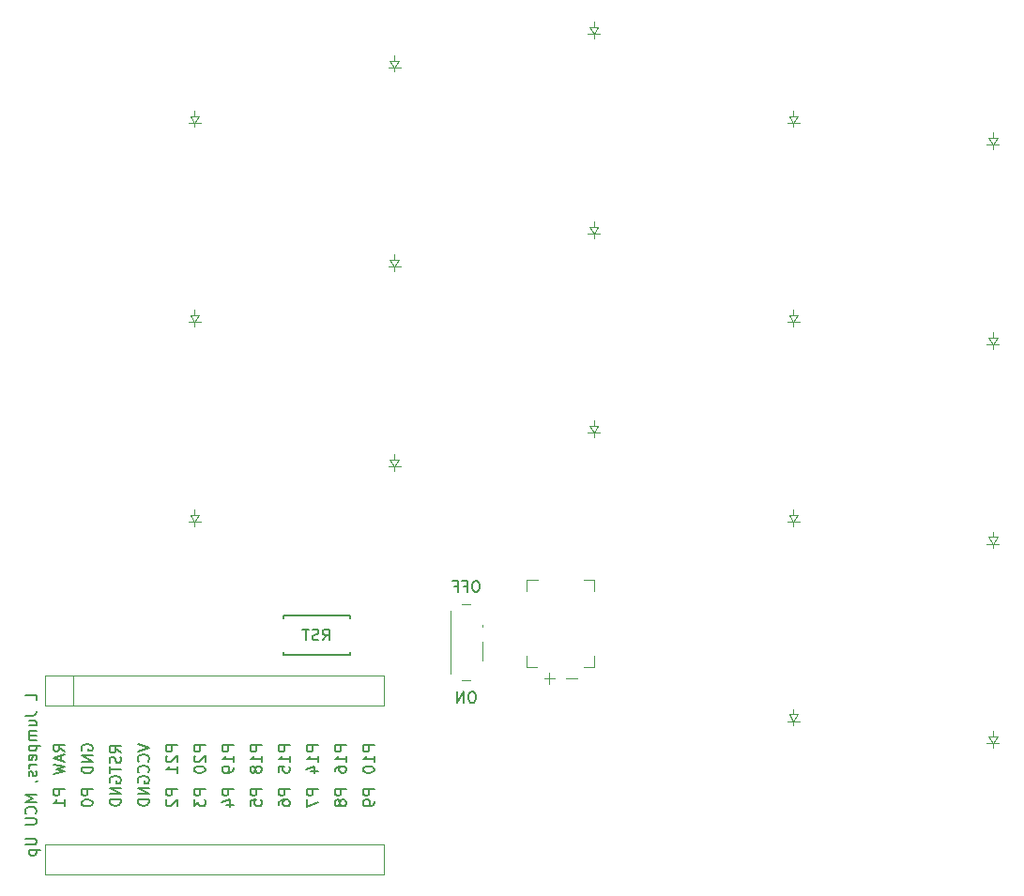
<source format=gbr>
%TF.GenerationSoftware,KiCad,Pcbnew,8.0.4*%
%TF.CreationDate,2024-08-16T17:58:34+08:00*%
%TF.ProjectId,board,626f6172-642e-46b6-9963-61645f706362,v1.0.0*%
%TF.SameCoordinates,Original*%
%TF.FileFunction,Legend,Bot*%
%TF.FilePolarity,Positive*%
%FSLAX46Y46*%
G04 Gerber Fmt 4.6, Leading zero omitted, Abs format (unit mm)*
G04 Created by KiCad (PCBNEW 8.0.4) date 2024-08-16 17:58:34*
%MOMM*%
%LPD*%
G01*
G04 APERTURE LIST*
%ADD10C,0.150000*%
%ADD11C,0.120000*%
%ADD12C,0.100000*%
G04 APERTURE END LIST*
D10*
X207119047Y-169454819D02*
X206928571Y-169454819D01*
X206928571Y-169454819D02*
X206833333Y-169502438D01*
X206833333Y-169502438D02*
X206738095Y-169597676D01*
X206738095Y-169597676D02*
X206690476Y-169788152D01*
X206690476Y-169788152D02*
X206690476Y-170121485D01*
X206690476Y-170121485D02*
X206738095Y-170311961D01*
X206738095Y-170311961D02*
X206833333Y-170407200D01*
X206833333Y-170407200D02*
X206928571Y-170454819D01*
X206928571Y-170454819D02*
X207119047Y-170454819D01*
X207119047Y-170454819D02*
X207214285Y-170407200D01*
X207214285Y-170407200D02*
X207309523Y-170311961D01*
X207309523Y-170311961D02*
X207357142Y-170121485D01*
X207357142Y-170121485D02*
X207357142Y-169788152D01*
X207357142Y-169788152D02*
X207309523Y-169597676D01*
X207309523Y-169597676D02*
X207214285Y-169502438D01*
X207214285Y-169502438D02*
X207119047Y-169454819D01*
X206261904Y-170454819D02*
X206261904Y-169454819D01*
X206261904Y-169454819D02*
X205690476Y-170454819D01*
X205690476Y-170454819D02*
X205690476Y-169454819D01*
X207452380Y-159454819D02*
X207261904Y-159454819D01*
X207261904Y-159454819D02*
X207166666Y-159502438D01*
X207166666Y-159502438D02*
X207071428Y-159597676D01*
X207071428Y-159597676D02*
X207023809Y-159788152D01*
X207023809Y-159788152D02*
X207023809Y-160121485D01*
X207023809Y-160121485D02*
X207071428Y-160311961D01*
X207071428Y-160311961D02*
X207166666Y-160407200D01*
X207166666Y-160407200D02*
X207261904Y-160454819D01*
X207261904Y-160454819D02*
X207452380Y-160454819D01*
X207452380Y-160454819D02*
X207547618Y-160407200D01*
X207547618Y-160407200D02*
X207642856Y-160311961D01*
X207642856Y-160311961D02*
X207690475Y-160121485D01*
X207690475Y-160121485D02*
X207690475Y-159788152D01*
X207690475Y-159788152D02*
X207642856Y-159597676D01*
X207642856Y-159597676D02*
X207547618Y-159502438D01*
X207547618Y-159502438D02*
X207452380Y-159454819D01*
X206261904Y-159931009D02*
X206595237Y-159931009D01*
X206595237Y-160454819D02*
X206595237Y-159454819D01*
X206595237Y-159454819D02*
X206119047Y-159454819D01*
X205404761Y-159931009D02*
X205738094Y-159931009D01*
X205738094Y-160454819D02*
X205738094Y-159454819D01*
X205738094Y-159454819D02*
X205261904Y-159454819D01*
X193547619Y-164804819D02*
X193880952Y-164328628D01*
X194119047Y-164804819D02*
X194119047Y-163804819D01*
X194119047Y-163804819D02*
X193738095Y-163804819D01*
X193738095Y-163804819D02*
X193642857Y-163852438D01*
X193642857Y-163852438D02*
X193595238Y-163900057D01*
X193595238Y-163900057D02*
X193547619Y-163995295D01*
X193547619Y-163995295D02*
X193547619Y-164138152D01*
X193547619Y-164138152D02*
X193595238Y-164233390D01*
X193595238Y-164233390D02*
X193642857Y-164281009D01*
X193642857Y-164281009D02*
X193738095Y-164328628D01*
X193738095Y-164328628D02*
X194119047Y-164328628D01*
X193166666Y-164757200D02*
X193023809Y-164804819D01*
X193023809Y-164804819D02*
X192785714Y-164804819D01*
X192785714Y-164804819D02*
X192690476Y-164757200D01*
X192690476Y-164757200D02*
X192642857Y-164709580D01*
X192642857Y-164709580D02*
X192595238Y-164614342D01*
X192595238Y-164614342D02*
X192595238Y-164519104D01*
X192595238Y-164519104D02*
X192642857Y-164423866D01*
X192642857Y-164423866D02*
X192690476Y-164376247D01*
X192690476Y-164376247D02*
X192785714Y-164328628D01*
X192785714Y-164328628D02*
X192976190Y-164281009D01*
X192976190Y-164281009D02*
X193071428Y-164233390D01*
X193071428Y-164233390D02*
X193119047Y-164185771D01*
X193119047Y-164185771D02*
X193166666Y-164090533D01*
X193166666Y-164090533D02*
X193166666Y-163995295D01*
X193166666Y-163995295D02*
X193119047Y-163900057D01*
X193119047Y-163900057D02*
X193071428Y-163852438D01*
X193071428Y-163852438D02*
X192976190Y-163804819D01*
X192976190Y-163804819D02*
X192738095Y-163804819D01*
X192738095Y-163804819D02*
X192595238Y-163852438D01*
X192309523Y-163804819D02*
X191738095Y-163804819D01*
X192023809Y-164804819D02*
X192023809Y-163804819D01*
X180414819Y-174285714D02*
X179414819Y-174285714D01*
X179414819Y-174285714D02*
X179414819Y-174666666D01*
X179414819Y-174666666D02*
X179462438Y-174761904D01*
X179462438Y-174761904D02*
X179510057Y-174809523D01*
X179510057Y-174809523D02*
X179605295Y-174857142D01*
X179605295Y-174857142D02*
X179748152Y-174857142D01*
X179748152Y-174857142D02*
X179843390Y-174809523D01*
X179843390Y-174809523D02*
X179891009Y-174761904D01*
X179891009Y-174761904D02*
X179938628Y-174666666D01*
X179938628Y-174666666D02*
X179938628Y-174285714D01*
X179510057Y-175238095D02*
X179462438Y-175285714D01*
X179462438Y-175285714D02*
X179414819Y-175380952D01*
X179414819Y-175380952D02*
X179414819Y-175619047D01*
X179414819Y-175619047D02*
X179462438Y-175714285D01*
X179462438Y-175714285D02*
X179510057Y-175761904D01*
X179510057Y-175761904D02*
X179605295Y-175809523D01*
X179605295Y-175809523D02*
X179700533Y-175809523D01*
X179700533Y-175809523D02*
X179843390Y-175761904D01*
X179843390Y-175761904D02*
X180414819Y-175190476D01*
X180414819Y-175190476D02*
X180414819Y-175809523D01*
X180414819Y-176761904D02*
X180414819Y-176190476D01*
X180414819Y-176476190D02*
X179414819Y-176476190D01*
X179414819Y-176476190D02*
X179557676Y-176380952D01*
X179557676Y-176380952D02*
X179652914Y-176285714D01*
X179652914Y-176285714D02*
X179700533Y-176190476D01*
X185494819Y-174285714D02*
X184494819Y-174285714D01*
X184494819Y-174285714D02*
X184494819Y-174666666D01*
X184494819Y-174666666D02*
X184542438Y-174761904D01*
X184542438Y-174761904D02*
X184590057Y-174809523D01*
X184590057Y-174809523D02*
X184685295Y-174857142D01*
X184685295Y-174857142D02*
X184828152Y-174857142D01*
X184828152Y-174857142D02*
X184923390Y-174809523D01*
X184923390Y-174809523D02*
X184971009Y-174761904D01*
X184971009Y-174761904D02*
X185018628Y-174666666D01*
X185018628Y-174666666D02*
X185018628Y-174285714D01*
X185494819Y-175809523D02*
X185494819Y-175238095D01*
X185494819Y-175523809D02*
X184494819Y-175523809D01*
X184494819Y-175523809D02*
X184637676Y-175428571D01*
X184637676Y-175428571D02*
X184732914Y-175333333D01*
X184732914Y-175333333D02*
X184780533Y-175238095D01*
X185494819Y-176285714D02*
X185494819Y-176476190D01*
X185494819Y-176476190D02*
X185447200Y-176571428D01*
X185447200Y-176571428D02*
X185399580Y-176619047D01*
X185399580Y-176619047D02*
X185256723Y-176714285D01*
X185256723Y-176714285D02*
X185066247Y-176761904D01*
X185066247Y-176761904D02*
X184685295Y-176761904D01*
X184685295Y-176761904D02*
X184590057Y-176714285D01*
X184590057Y-176714285D02*
X184542438Y-176666666D01*
X184542438Y-176666666D02*
X184494819Y-176571428D01*
X184494819Y-176571428D02*
X184494819Y-176380952D01*
X184494819Y-176380952D02*
X184542438Y-176285714D01*
X184542438Y-176285714D02*
X184590057Y-176238095D01*
X184590057Y-176238095D02*
X184685295Y-176190476D01*
X184685295Y-176190476D02*
X184923390Y-176190476D01*
X184923390Y-176190476D02*
X185018628Y-176238095D01*
X185018628Y-176238095D02*
X185066247Y-176285714D01*
X185066247Y-176285714D02*
X185113866Y-176380952D01*
X185113866Y-176380952D02*
X185113866Y-176571428D01*
X185113866Y-176571428D02*
X185066247Y-176666666D01*
X185066247Y-176666666D02*
X185018628Y-176714285D01*
X185018628Y-176714285D02*
X184923390Y-176761904D01*
X195654819Y-178251905D02*
X194654819Y-178251905D01*
X194654819Y-178251905D02*
X194654819Y-178632857D01*
X194654819Y-178632857D02*
X194702438Y-178728095D01*
X194702438Y-178728095D02*
X194750057Y-178775714D01*
X194750057Y-178775714D02*
X194845295Y-178823333D01*
X194845295Y-178823333D02*
X194988152Y-178823333D01*
X194988152Y-178823333D02*
X195083390Y-178775714D01*
X195083390Y-178775714D02*
X195131009Y-178728095D01*
X195131009Y-178728095D02*
X195178628Y-178632857D01*
X195178628Y-178632857D02*
X195178628Y-178251905D01*
X195083390Y-179394762D02*
X195035771Y-179299524D01*
X195035771Y-179299524D02*
X194988152Y-179251905D01*
X194988152Y-179251905D02*
X194892914Y-179204286D01*
X194892914Y-179204286D02*
X194845295Y-179204286D01*
X194845295Y-179204286D02*
X194750057Y-179251905D01*
X194750057Y-179251905D02*
X194702438Y-179299524D01*
X194702438Y-179299524D02*
X194654819Y-179394762D01*
X194654819Y-179394762D02*
X194654819Y-179585238D01*
X194654819Y-179585238D02*
X194702438Y-179680476D01*
X194702438Y-179680476D02*
X194750057Y-179728095D01*
X194750057Y-179728095D02*
X194845295Y-179775714D01*
X194845295Y-179775714D02*
X194892914Y-179775714D01*
X194892914Y-179775714D02*
X194988152Y-179728095D01*
X194988152Y-179728095D02*
X195035771Y-179680476D01*
X195035771Y-179680476D02*
X195083390Y-179585238D01*
X195083390Y-179585238D02*
X195083390Y-179394762D01*
X195083390Y-179394762D02*
X195131009Y-179299524D01*
X195131009Y-179299524D02*
X195178628Y-179251905D01*
X195178628Y-179251905D02*
X195273866Y-179204286D01*
X195273866Y-179204286D02*
X195464342Y-179204286D01*
X195464342Y-179204286D02*
X195559580Y-179251905D01*
X195559580Y-179251905D02*
X195607200Y-179299524D01*
X195607200Y-179299524D02*
X195654819Y-179394762D01*
X195654819Y-179394762D02*
X195654819Y-179585238D01*
X195654819Y-179585238D02*
X195607200Y-179680476D01*
X195607200Y-179680476D02*
X195559580Y-179728095D01*
X195559580Y-179728095D02*
X195464342Y-179775714D01*
X195464342Y-179775714D02*
X195273866Y-179775714D01*
X195273866Y-179775714D02*
X195178628Y-179728095D01*
X195178628Y-179728095D02*
X195131009Y-179680476D01*
X195131009Y-179680476D02*
X195083390Y-179585238D01*
X182954819Y-178251905D02*
X181954819Y-178251905D01*
X181954819Y-178251905D02*
X181954819Y-178632857D01*
X181954819Y-178632857D02*
X182002438Y-178728095D01*
X182002438Y-178728095D02*
X182050057Y-178775714D01*
X182050057Y-178775714D02*
X182145295Y-178823333D01*
X182145295Y-178823333D02*
X182288152Y-178823333D01*
X182288152Y-178823333D02*
X182383390Y-178775714D01*
X182383390Y-178775714D02*
X182431009Y-178728095D01*
X182431009Y-178728095D02*
X182478628Y-178632857D01*
X182478628Y-178632857D02*
X182478628Y-178251905D01*
X181954819Y-179156667D02*
X181954819Y-179775714D01*
X181954819Y-179775714D02*
X182335771Y-179442381D01*
X182335771Y-179442381D02*
X182335771Y-179585238D01*
X182335771Y-179585238D02*
X182383390Y-179680476D01*
X182383390Y-179680476D02*
X182431009Y-179728095D01*
X182431009Y-179728095D02*
X182526247Y-179775714D01*
X182526247Y-179775714D02*
X182764342Y-179775714D01*
X182764342Y-179775714D02*
X182859580Y-179728095D01*
X182859580Y-179728095D02*
X182907200Y-179680476D01*
X182907200Y-179680476D02*
X182954819Y-179585238D01*
X182954819Y-179585238D02*
X182954819Y-179299524D01*
X182954819Y-179299524D02*
X182907200Y-179204286D01*
X182907200Y-179204286D02*
X182859580Y-179156667D01*
X188034819Y-174285714D02*
X187034819Y-174285714D01*
X187034819Y-174285714D02*
X187034819Y-174666666D01*
X187034819Y-174666666D02*
X187082438Y-174761904D01*
X187082438Y-174761904D02*
X187130057Y-174809523D01*
X187130057Y-174809523D02*
X187225295Y-174857142D01*
X187225295Y-174857142D02*
X187368152Y-174857142D01*
X187368152Y-174857142D02*
X187463390Y-174809523D01*
X187463390Y-174809523D02*
X187511009Y-174761904D01*
X187511009Y-174761904D02*
X187558628Y-174666666D01*
X187558628Y-174666666D02*
X187558628Y-174285714D01*
X188034819Y-175809523D02*
X188034819Y-175238095D01*
X188034819Y-175523809D02*
X187034819Y-175523809D01*
X187034819Y-175523809D02*
X187177676Y-175428571D01*
X187177676Y-175428571D02*
X187272914Y-175333333D01*
X187272914Y-175333333D02*
X187320533Y-175238095D01*
X187463390Y-176380952D02*
X187415771Y-176285714D01*
X187415771Y-176285714D02*
X187368152Y-176238095D01*
X187368152Y-176238095D02*
X187272914Y-176190476D01*
X187272914Y-176190476D02*
X187225295Y-176190476D01*
X187225295Y-176190476D02*
X187130057Y-176238095D01*
X187130057Y-176238095D02*
X187082438Y-176285714D01*
X187082438Y-176285714D02*
X187034819Y-176380952D01*
X187034819Y-176380952D02*
X187034819Y-176571428D01*
X187034819Y-176571428D02*
X187082438Y-176666666D01*
X187082438Y-176666666D02*
X187130057Y-176714285D01*
X187130057Y-176714285D02*
X187225295Y-176761904D01*
X187225295Y-176761904D02*
X187272914Y-176761904D01*
X187272914Y-176761904D02*
X187368152Y-176714285D01*
X187368152Y-176714285D02*
X187415771Y-176666666D01*
X187415771Y-176666666D02*
X187463390Y-176571428D01*
X187463390Y-176571428D02*
X187463390Y-176380952D01*
X187463390Y-176380952D02*
X187511009Y-176285714D01*
X187511009Y-176285714D02*
X187558628Y-176238095D01*
X187558628Y-176238095D02*
X187653866Y-176190476D01*
X187653866Y-176190476D02*
X187844342Y-176190476D01*
X187844342Y-176190476D02*
X187939580Y-176238095D01*
X187939580Y-176238095D02*
X187987200Y-176285714D01*
X187987200Y-176285714D02*
X188034819Y-176380952D01*
X188034819Y-176380952D02*
X188034819Y-176571428D01*
X188034819Y-176571428D02*
X187987200Y-176666666D01*
X187987200Y-176666666D02*
X187939580Y-176714285D01*
X187939580Y-176714285D02*
X187844342Y-176761904D01*
X187844342Y-176761904D02*
X187653866Y-176761904D01*
X187653866Y-176761904D02*
X187558628Y-176714285D01*
X187558628Y-176714285D02*
X187511009Y-176666666D01*
X187511009Y-176666666D02*
X187463390Y-176571428D01*
X195654819Y-174285714D02*
X194654819Y-174285714D01*
X194654819Y-174285714D02*
X194654819Y-174666666D01*
X194654819Y-174666666D02*
X194702438Y-174761904D01*
X194702438Y-174761904D02*
X194750057Y-174809523D01*
X194750057Y-174809523D02*
X194845295Y-174857142D01*
X194845295Y-174857142D02*
X194988152Y-174857142D01*
X194988152Y-174857142D02*
X195083390Y-174809523D01*
X195083390Y-174809523D02*
X195131009Y-174761904D01*
X195131009Y-174761904D02*
X195178628Y-174666666D01*
X195178628Y-174666666D02*
X195178628Y-174285714D01*
X195654819Y-175809523D02*
X195654819Y-175238095D01*
X195654819Y-175523809D02*
X194654819Y-175523809D01*
X194654819Y-175523809D02*
X194797676Y-175428571D01*
X194797676Y-175428571D02*
X194892914Y-175333333D01*
X194892914Y-175333333D02*
X194940533Y-175238095D01*
X194654819Y-176666666D02*
X194654819Y-176476190D01*
X194654819Y-176476190D02*
X194702438Y-176380952D01*
X194702438Y-176380952D02*
X194750057Y-176333333D01*
X194750057Y-176333333D02*
X194892914Y-176238095D01*
X194892914Y-176238095D02*
X195083390Y-176190476D01*
X195083390Y-176190476D02*
X195464342Y-176190476D01*
X195464342Y-176190476D02*
X195559580Y-176238095D01*
X195559580Y-176238095D02*
X195607200Y-176285714D01*
X195607200Y-176285714D02*
X195654819Y-176380952D01*
X195654819Y-176380952D02*
X195654819Y-176571428D01*
X195654819Y-176571428D02*
X195607200Y-176666666D01*
X195607200Y-176666666D02*
X195559580Y-176714285D01*
X195559580Y-176714285D02*
X195464342Y-176761904D01*
X195464342Y-176761904D02*
X195226247Y-176761904D01*
X195226247Y-176761904D02*
X195131009Y-176714285D01*
X195131009Y-176714285D02*
X195083390Y-176666666D01*
X195083390Y-176666666D02*
X195035771Y-176571428D01*
X195035771Y-176571428D02*
X195035771Y-176380952D01*
X195035771Y-176380952D02*
X195083390Y-176285714D01*
X195083390Y-176285714D02*
X195131009Y-176238095D01*
X195131009Y-176238095D02*
X195226247Y-176190476D01*
X180414819Y-178251905D02*
X179414819Y-178251905D01*
X179414819Y-178251905D02*
X179414819Y-178632857D01*
X179414819Y-178632857D02*
X179462438Y-178728095D01*
X179462438Y-178728095D02*
X179510057Y-178775714D01*
X179510057Y-178775714D02*
X179605295Y-178823333D01*
X179605295Y-178823333D02*
X179748152Y-178823333D01*
X179748152Y-178823333D02*
X179843390Y-178775714D01*
X179843390Y-178775714D02*
X179891009Y-178728095D01*
X179891009Y-178728095D02*
X179938628Y-178632857D01*
X179938628Y-178632857D02*
X179938628Y-178251905D01*
X179510057Y-179204286D02*
X179462438Y-179251905D01*
X179462438Y-179251905D02*
X179414819Y-179347143D01*
X179414819Y-179347143D02*
X179414819Y-179585238D01*
X179414819Y-179585238D02*
X179462438Y-179680476D01*
X179462438Y-179680476D02*
X179510057Y-179728095D01*
X179510057Y-179728095D02*
X179605295Y-179775714D01*
X179605295Y-179775714D02*
X179700533Y-179775714D01*
X179700533Y-179775714D02*
X179843390Y-179728095D01*
X179843390Y-179728095D02*
X180414819Y-179156667D01*
X180414819Y-179156667D02*
X180414819Y-179775714D01*
X172794819Y-178251905D02*
X171794819Y-178251905D01*
X171794819Y-178251905D02*
X171794819Y-178632857D01*
X171794819Y-178632857D02*
X171842438Y-178728095D01*
X171842438Y-178728095D02*
X171890057Y-178775714D01*
X171890057Y-178775714D02*
X171985295Y-178823333D01*
X171985295Y-178823333D02*
X172128152Y-178823333D01*
X172128152Y-178823333D02*
X172223390Y-178775714D01*
X172223390Y-178775714D02*
X172271009Y-178728095D01*
X172271009Y-178728095D02*
X172318628Y-178632857D01*
X172318628Y-178632857D02*
X172318628Y-178251905D01*
X171794819Y-179442381D02*
X171794819Y-179537619D01*
X171794819Y-179537619D02*
X171842438Y-179632857D01*
X171842438Y-179632857D02*
X171890057Y-179680476D01*
X171890057Y-179680476D02*
X171985295Y-179728095D01*
X171985295Y-179728095D02*
X172175771Y-179775714D01*
X172175771Y-179775714D02*
X172413866Y-179775714D01*
X172413866Y-179775714D02*
X172604342Y-179728095D01*
X172604342Y-179728095D02*
X172699580Y-179680476D01*
X172699580Y-179680476D02*
X172747200Y-179632857D01*
X172747200Y-179632857D02*
X172794819Y-179537619D01*
X172794819Y-179537619D02*
X172794819Y-179442381D01*
X172794819Y-179442381D02*
X172747200Y-179347143D01*
X172747200Y-179347143D02*
X172699580Y-179299524D01*
X172699580Y-179299524D02*
X172604342Y-179251905D01*
X172604342Y-179251905D02*
X172413866Y-179204286D01*
X172413866Y-179204286D02*
X172175771Y-179204286D01*
X172175771Y-179204286D02*
X171985295Y-179251905D01*
X171985295Y-179251905D02*
X171890057Y-179299524D01*
X171890057Y-179299524D02*
X171842438Y-179347143D01*
X171842438Y-179347143D02*
X171794819Y-179442381D01*
X198194819Y-178251905D02*
X197194819Y-178251905D01*
X197194819Y-178251905D02*
X197194819Y-178632857D01*
X197194819Y-178632857D02*
X197242438Y-178728095D01*
X197242438Y-178728095D02*
X197290057Y-178775714D01*
X197290057Y-178775714D02*
X197385295Y-178823333D01*
X197385295Y-178823333D02*
X197528152Y-178823333D01*
X197528152Y-178823333D02*
X197623390Y-178775714D01*
X197623390Y-178775714D02*
X197671009Y-178728095D01*
X197671009Y-178728095D02*
X197718628Y-178632857D01*
X197718628Y-178632857D02*
X197718628Y-178251905D01*
X198194819Y-179299524D02*
X198194819Y-179490000D01*
X198194819Y-179490000D02*
X198147200Y-179585238D01*
X198147200Y-179585238D02*
X198099580Y-179632857D01*
X198099580Y-179632857D02*
X197956723Y-179728095D01*
X197956723Y-179728095D02*
X197766247Y-179775714D01*
X197766247Y-179775714D02*
X197385295Y-179775714D01*
X197385295Y-179775714D02*
X197290057Y-179728095D01*
X197290057Y-179728095D02*
X197242438Y-179680476D01*
X197242438Y-179680476D02*
X197194819Y-179585238D01*
X197194819Y-179585238D02*
X197194819Y-179394762D01*
X197194819Y-179394762D02*
X197242438Y-179299524D01*
X197242438Y-179299524D02*
X197290057Y-179251905D01*
X197290057Y-179251905D02*
X197385295Y-179204286D01*
X197385295Y-179204286D02*
X197623390Y-179204286D01*
X197623390Y-179204286D02*
X197718628Y-179251905D01*
X197718628Y-179251905D02*
X197766247Y-179299524D01*
X197766247Y-179299524D02*
X197813866Y-179394762D01*
X197813866Y-179394762D02*
X197813866Y-179585238D01*
X197813866Y-179585238D02*
X197766247Y-179680476D01*
X197766247Y-179680476D02*
X197718628Y-179728095D01*
X197718628Y-179728095D02*
X197623390Y-179775714D01*
X167709819Y-170211904D02*
X167709819Y-169735714D01*
X167709819Y-169735714D02*
X166709819Y-169735714D01*
X166709819Y-171592857D02*
X167424104Y-171592857D01*
X167424104Y-171592857D02*
X167566961Y-171545238D01*
X167566961Y-171545238D02*
X167662200Y-171450000D01*
X167662200Y-171450000D02*
X167709819Y-171307143D01*
X167709819Y-171307143D02*
X167709819Y-171211905D01*
X167043152Y-172497619D02*
X167709819Y-172497619D01*
X167043152Y-172069048D02*
X167566961Y-172069048D01*
X167566961Y-172069048D02*
X167662200Y-172116667D01*
X167662200Y-172116667D02*
X167709819Y-172211905D01*
X167709819Y-172211905D02*
X167709819Y-172354762D01*
X167709819Y-172354762D02*
X167662200Y-172450000D01*
X167662200Y-172450000D02*
X167614580Y-172497619D01*
X167709819Y-172973810D02*
X167043152Y-172973810D01*
X167138390Y-172973810D02*
X167090771Y-173021429D01*
X167090771Y-173021429D02*
X167043152Y-173116667D01*
X167043152Y-173116667D02*
X167043152Y-173259524D01*
X167043152Y-173259524D02*
X167090771Y-173354762D01*
X167090771Y-173354762D02*
X167186009Y-173402381D01*
X167186009Y-173402381D02*
X167709819Y-173402381D01*
X167186009Y-173402381D02*
X167090771Y-173450000D01*
X167090771Y-173450000D02*
X167043152Y-173545238D01*
X167043152Y-173545238D02*
X167043152Y-173688095D01*
X167043152Y-173688095D02*
X167090771Y-173783334D01*
X167090771Y-173783334D02*
X167186009Y-173830953D01*
X167186009Y-173830953D02*
X167709819Y-173830953D01*
X167043152Y-174307143D02*
X168043152Y-174307143D01*
X167090771Y-174307143D02*
X167043152Y-174402381D01*
X167043152Y-174402381D02*
X167043152Y-174592857D01*
X167043152Y-174592857D02*
X167090771Y-174688095D01*
X167090771Y-174688095D02*
X167138390Y-174735714D01*
X167138390Y-174735714D02*
X167233628Y-174783333D01*
X167233628Y-174783333D02*
X167519342Y-174783333D01*
X167519342Y-174783333D02*
X167614580Y-174735714D01*
X167614580Y-174735714D02*
X167662200Y-174688095D01*
X167662200Y-174688095D02*
X167709819Y-174592857D01*
X167709819Y-174592857D02*
X167709819Y-174402381D01*
X167709819Y-174402381D02*
X167662200Y-174307143D01*
X167662200Y-175592857D02*
X167709819Y-175497619D01*
X167709819Y-175497619D02*
X167709819Y-175307143D01*
X167709819Y-175307143D02*
X167662200Y-175211905D01*
X167662200Y-175211905D02*
X167566961Y-175164286D01*
X167566961Y-175164286D02*
X167186009Y-175164286D01*
X167186009Y-175164286D02*
X167090771Y-175211905D01*
X167090771Y-175211905D02*
X167043152Y-175307143D01*
X167043152Y-175307143D02*
X167043152Y-175497619D01*
X167043152Y-175497619D02*
X167090771Y-175592857D01*
X167090771Y-175592857D02*
X167186009Y-175640476D01*
X167186009Y-175640476D02*
X167281247Y-175640476D01*
X167281247Y-175640476D02*
X167376485Y-175164286D01*
X167709819Y-176069048D02*
X167043152Y-176069048D01*
X167233628Y-176069048D02*
X167138390Y-176116667D01*
X167138390Y-176116667D02*
X167090771Y-176164286D01*
X167090771Y-176164286D02*
X167043152Y-176259524D01*
X167043152Y-176259524D02*
X167043152Y-176354762D01*
X167662200Y-176640477D02*
X167709819Y-176735715D01*
X167709819Y-176735715D02*
X167709819Y-176926191D01*
X167709819Y-176926191D02*
X167662200Y-177021429D01*
X167662200Y-177021429D02*
X167566961Y-177069048D01*
X167566961Y-177069048D02*
X167519342Y-177069048D01*
X167519342Y-177069048D02*
X167424104Y-177021429D01*
X167424104Y-177021429D02*
X167376485Y-176926191D01*
X167376485Y-176926191D02*
X167376485Y-176783334D01*
X167376485Y-176783334D02*
X167328866Y-176688096D01*
X167328866Y-176688096D02*
X167233628Y-176640477D01*
X167233628Y-176640477D02*
X167186009Y-176640477D01*
X167186009Y-176640477D02*
X167090771Y-176688096D01*
X167090771Y-176688096D02*
X167043152Y-176783334D01*
X167043152Y-176783334D02*
X167043152Y-176926191D01*
X167043152Y-176926191D02*
X167090771Y-177021429D01*
X167662200Y-177545239D02*
X167709819Y-177545239D01*
X167709819Y-177545239D02*
X167805057Y-177497620D01*
X167805057Y-177497620D02*
X167852676Y-177450001D01*
X167709819Y-178735715D02*
X166709819Y-178735715D01*
X166709819Y-178735715D02*
X167424104Y-179069048D01*
X167424104Y-179069048D02*
X166709819Y-179402381D01*
X166709819Y-179402381D02*
X167709819Y-179402381D01*
X167614580Y-180450000D02*
X167662200Y-180402381D01*
X167662200Y-180402381D02*
X167709819Y-180259524D01*
X167709819Y-180259524D02*
X167709819Y-180164286D01*
X167709819Y-180164286D02*
X167662200Y-180021429D01*
X167662200Y-180021429D02*
X167566961Y-179926191D01*
X167566961Y-179926191D02*
X167471723Y-179878572D01*
X167471723Y-179878572D02*
X167281247Y-179830953D01*
X167281247Y-179830953D02*
X167138390Y-179830953D01*
X167138390Y-179830953D02*
X166947914Y-179878572D01*
X166947914Y-179878572D02*
X166852676Y-179926191D01*
X166852676Y-179926191D02*
X166757438Y-180021429D01*
X166757438Y-180021429D02*
X166709819Y-180164286D01*
X166709819Y-180164286D02*
X166709819Y-180259524D01*
X166709819Y-180259524D02*
X166757438Y-180402381D01*
X166757438Y-180402381D02*
X166805057Y-180450000D01*
X166709819Y-180878572D02*
X167519342Y-180878572D01*
X167519342Y-180878572D02*
X167614580Y-180926191D01*
X167614580Y-180926191D02*
X167662200Y-180973810D01*
X167662200Y-180973810D02*
X167709819Y-181069048D01*
X167709819Y-181069048D02*
X167709819Y-181259524D01*
X167709819Y-181259524D02*
X167662200Y-181354762D01*
X167662200Y-181354762D02*
X167614580Y-181402381D01*
X167614580Y-181402381D02*
X167519342Y-181450000D01*
X167519342Y-181450000D02*
X166709819Y-181450000D01*
X166709819Y-182688096D02*
X167519342Y-182688096D01*
X167519342Y-182688096D02*
X167614580Y-182735715D01*
X167614580Y-182735715D02*
X167662200Y-182783334D01*
X167662200Y-182783334D02*
X167709819Y-182878572D01*
X167709819Y-182878572D02*
X167709819Y-183069048D01*
X167709819Y-183069048D02*
X167662200Y-183164286D01*
X167662200Y-183164286D02*
X167614580Y-183211905D01*
X167614580Y-183211905D02*
X167519342Y-183259524D01*
X167519342Y-183259524D02*
X166709819Y-183259524D01*
X167043152Y-183735715D02*
X168043152Y-183735715D01*
X167090771Y-183735715D02*
X167043152Y-183830953D01*
X167043152Y-183830953D02*
X167043152Y-184021429D01*
X167043152Y-184021429D02*
X167090771Y-184116667D01*
X167090771Y-184116667D02*
X167138390Y-184164286D01*
X167138390Y-184164286D02*
X167233628Y-184211905D01*
X167233628Y-184211905D02*
X167519342Y-184211905D01*
X167519342Y-184211905D02*
X167614580Y-184164286D01*
X167614580Y-184164286D02*
X167662200Y-184116667D01*
X167662200Y-184116667D02*
X167709819Y-184021429D01*
X167709819Y-184021429D02*
X167709819Y-183830953D01*
X167709819Y-183830953D02*
X167662200Y-183735715D01*
X174382438Y-177638095D02*
X174334819Y-177542857D01*
X174334819Y-177542857D02*
X174334819Y-177400000D01*
X174334819Y-177400000D02*
X174382438Y-177257143D01*
X174382438Y-177257143D02*
X174477676Y-177161905D01*
X174477676Y-177161905D02*
X174572914Y-177114286D01*
X174572914Y-177114286D02*
X174763390Y-177066667D01*
X174763390Y-177066667D02*
X174906247Y-177066667D01*
X174906247Y-177066667D02*
X175096723Y-177114286D01*
X175096723Y-177114286D02*
X175191961Y-177161905D01*
X175191961Y-177161905D02*
X175287200Y-177257143D01*
X175287200Y-177257143D02*
X175334819Y-177400000D01*
X175334819Y-177400000D02*
X175334819Y-177495238D01*
X175334819Y-177495238D02*
X175287200Y-177638095D01*
X175287200Y-177638095D02*
X175239580Y-177685714D01*
X175239580Y-177685714D02*
X174906247Y-177685714D01*
X174906247Y-177685714D02*
X174906247Y-177495238D01*
X175334819Y-178114286D02*
X174334819Y-178114286D01*
X174334819Y-178114286D02*
X175334819Y-178685714D01*
X175334819Y-178685714D02*
X174334819Y-178685714D01*
X175334819Y-179161905D02*
X174334819Y-179161905D01*
X174334819Y-179161905D02*
X174334819Y-179400000D01*
X174334819Y-179400000D02*
X174382438Y-179542857D01*
X174382438Y-179542857D02*
X174477676Y-179638095D01*
X174477676Y-179638095D02*
X174572914Y-179685714D01*
X174572914Y-179685714D02*
X174763390Y-179733333D01*
X174763390Y-179733333D02*
X174906247Y-179733333D01*
X174906247Y-179733333D02*
X175096723Y-179685714D01*
X175096723Y-179685714D02*
X175191961Y-179638095D01*
X175191961Y-179638095D02*
X175287200Y-179542857D01*
X175287200Y-179542857D02*
X175334819Y-179400000D01*
X175334819Y-179400000D02*
X175334819Y-179161905D01*
X188034819Y-178251905D02*
X187034819Y-178251905D01*
X187034819Y-178251905D02*
X187034819Y-178632857D01*
X187034819Y-178632857D02*
X187082438Y-178728095D01*
X187082438Y-178728095D02*
X187130057Y-178775714D01*
X187130057Y-178775714D02*
X187225295Y-178823333D01*
X187225295Y-178823333D02*
X187368152Y-178823333D01*
X187368152Y-178823333D02*
X187463390Y-178775714D01*
X187463390Y-178775714D02*
X187511009Y-178728095D01*
X187511009Y-178728095D02*
X187558628Y-178632857D01*
X187558628Y-178632857D02*
X187558628Y-178251905D01*
X187034819Y-179728095D02*
X187034819Y-179251905D01*
X187034819Y-179251905D02*
X187511009Y-179204286D01*
X187511009Y-179204286D02*
X187463390Y-179251905D01*
X187463390Y-179251905D02*
X187415771Y-179347143D01*
X187415771Y-179347143D02*
X187415771Y-179585238D01*
X187415771Y-179585238D02*
X187463390Y-179680476D01*
X187463390Y-179680476D02*
X187511009Y-179728095D01*
X187511009Y-179728095D02*
X187606247Y-179775714D01*
X187606247Y-179775714D02*
X187844342Y-179775714D01*
X187844342Y-179775714D02*
X187939580Y-179728095D01*
X187939580Y-179728095D02*
X187987200Y-179680476D01*
X187987200Y-179680476D02*
X188034819Y-179585238D01*
X188034819Y-179585238D02*
X188034819Y-179347143D01*
X188034819Y-179347143D02*
X187987200Y-179251905D01*
X187987200Y-179251905D02*
X187939580Y-179204286D01*
X190574819Y-174285714D02*
X189574819Y-174285714D01*
X189574819Y-174285714D02*
X189574819Y-174666666D01*
X189574819Y-174666666D02*
X189622438Y-174761904D01*
X189622438Y-174761904D02*
X189670057Y-174809523D01*
X189670057Y-174809523D02*
X189765295Y-174857142D01*
X189765295Y-174857142D02*
X189908152Y-174857142D01*
X189908152Y-174857142D02*
X190003390Y-174809523D01*
X190003390Y-174809523D02*
X190051009Y-174761904D01*
X190051009Y-174761904D02*
X190098628Y-174666666D01*
X190098628Y-174666666D02*
X190098628Y-174285714D01*
X190574819Y-175809523D02*
X190574819Y-175238095D01*
X190574819Y-175523809D02*
X189574819Y-175523809D01*
X189574819Y-175523809D02*
X189717676Y-175428571D01*
X189717676Y-175428571D02*
X189812914Y-175333333D01*
X189812914Y-175333333D02*
X189860533Y-175238095D01*
X189574819Y-176714285D02*
X189574819Y-176238095D01*
X189574819Y-176238095D02*
X190051009Y-176190476D01*
X190051009Y-176190476D02*
X190003390Y-176238095D01*
X190003390Y-176238095D02*
X189955771Y-176333333D01*
X189955771Y-176333333D02*
X189955771Y-176571428D01*
X189955771Y-176571428D02*
X190003390Y-176666666D01*
X190003390Y-176666666D02*
X190051009Y-176714285D01*
X190051009Y-176714285D02*
X190146247Y-176761904D01*
X190146247Y-176761904D02*
X190384342Y-176761904D01*
X190384342Y-176761904D02*
X190479580Y-176714285D01*
X190479580Y-176714285D02*
X190527200Y-176666666D01*
X190527200Y-176666666D02*
X190574819Y-176571428D01*
X190574819Y-176571428D02*
X190574819Y-176333333D01*
X190574819Y-176333333D02*
X190527200Y-176238095D01*
X190527200Y-176238095D02*
X190479580Y-176190476D01*
X170254819Y-178251905D02*
X169254819Y-178251905D01*
X169254819Y-178251905D02*
X169254819Y-178632857D01*
X169254819Y-178632857D02*
X169302438Y-178728095D01*
X169302438Y-178728095D02*
X169350057Y-178775714D01*
X169350057Y-178775714D02*
X169445295Y-178823333D01*
X169445295Y-178823333D02*
X169588152Y-178823333D01*
X169588152Y-178823333D02*
X169683390Y-178775714D01*
X169683390Y-178775714D02*
X169731009Y-178728095D01*
X169731009Y-178728095D02*
X169778628Y-178632857D01*
X169778628Y-178632857D02*
X169778628Y-178251905D01*
X170254819Y-179775714D02*
X170254819Y-179204286D01*
X170254819Y-179490000D02*
X169254819Y-179490000D01*
X169254819Y-179490000D02*
X169397676Y-179394762D01*
X169397676Y-179394762D02*
X169492914Y-179299524D01*
X169492914Y-179299524D02*
X169540533Y-179204286D01*
X198194819Y-174285714D02*
X197194819Y-174285714D01*
X197194819Y-174285714D02*
X197194819Y-174666666D01*
X197194819Y-174666666D02*
X197242438Y-174761904D01*
X197242438Y-174761904D02*
X197290057Y-174809523D01*
X197290057Y-174809523D02*
X197385295Y-174857142D01*
X197385295Y-174857142D02*
X197528152Y-174857142D01*
X197528152Y-174857142D02*
X197623390Y-174809523D01*
X197623390Y-174809523D02*
X197671009Y-174761904D01*
X197671009Y-174761904D02*
X197718628Y-174666666D01*
X197718628Y-174666666D02*
X197718628Y-174285714D01*
X198194819Y-175809523D02*
X198194819Y-175238095D01*
X198194819Y-175523809D02*
X197194819Y-175523809D01*
X197194819Y-175523809D02*
X197337676Y-175428571D01*
X197337676Y-175428571D02*
X197432914Y-175333333D01*
X197432914Y-175333333D02*
X197480533Y-175238095D01*
X197194819Y-176428571D02*
X197194819Y-176523809D01*
X197194819Y-176523809D02*
X197242438Y-176619047D01*
X197242438Y-176619047D02*
X197290057Y-176666666D01*
X197290057Y-176666666D02*
X197385295Y-176714285D01*
X197385295Y-176714285D02*
X197575771Y-176761904D01*
X197575771Y-176761904D02*
X197813866Y-176761904D01*
X197813866Y-176761904D02*
X198004342Y-176714285D01*
X198004342Y-176714285D02*
X198099580Y-176666666D01*
X198099580Y-176666666D02*
X198147200Y-176619047D01*
X198147200Y-176619047D02*
X198194819Y-176523809D01*
X198194819Y-176523809D02*
X198194819Y-176428571D01*
X198194819Y-176428571D02*
X198147200Y-176333333D01*
X198147200Y-176333333D02*
X198099580Y-176285714D01*
X198099580Y-176285714D02*
X198004342Y-176238095D01*
X198004342Y-176238095D02*
X197813866Y-176190476D01*
X197813866Y-176190476D02*
X197575771Y-176190476D01*
X197575771Y-176190476D02*
X197385295Y-176238095D01*
X197385295Y-176238095D02*
X197290057Y-176285714D01*
X197290057Y-176285714D02*
X197242438Y-176333333D01*
X197242438Y-176333333D02*
X197194819Y-176428571D01*
X185494819Y-178251905D02*
X184494819Y-178251905D01*
X184494819Y-178251905D02*
X184494819Y-178632857D01*
X184494819Y-178632857D02*
X184542438Y-178728095D01*
X184542438Y-178728095D02*
X184590057Y-178775714D01*
X184590057Y-178775714D02*
X184685295Y-178823333D01*
X184685295Y-178823333D02*
X184828152Y-178823333D01*
X184828152Y-178823333D02*
X184923390Y-178775714D01*
X184923390Y-178775714D02*
X184971009Y-178728095D01*
X184971009Y-178728095D02*
X185018628Y-178632857D01*
X185018628Y-178632857D02*
X185018628Y-178251905D01*
X184828152Y-179680476D02*
X185494819Y-179680476D01*
X184447200Y-179442381D02*
X185161485Y-179204286D01*
X185161485Y-179204286D02*
X185161485Y-179823333D01*
X176874819Y-174166667D02*
X177874819Y-174500000D01*
X177874819Y-174500000D02*
X176874819Y-174833333D01*
X177779580Y-175738095D02*
X177827200Y-175690476D01*
X177827200Y-175690476D02*
X177874819Y-175547619D01*
X177874819Y-175547619D02*
X177874819Y-175452381D01*
X177874819Y-175452381D02*
X177827200Y-175309524D01*
X177827200Y-175309524D02*
X177731961Y-175214286D01*
X177731961Y-175214286D02*
X177636723Y-175166667D01*
X177636723Y-175166667D02*
X177446247Y-175119048D01*
X177446247Y-175119048D02*
X177303390Y-175119048D01*
X177303390Y-175119048D02*
X177112914Y-175166667D01*
X177112914Y-175166667D02*
X177017676Y-175214286D01*
X177017676Y-175214286D02*
X176922438Y-175309524D01*
X176922438Y-175309524D02*
X176874819Y-175452381D01*
X176874819Y-175452381D02*
X176874819Y-175547619D01*
X176874819Y-175547619D02*
X176922438Y-175690476D01*
X176922438Y-175690476D02*
X176970057Y-175738095D01*
X177779580Y-176738095D02*
X177827200Y-176690476D01*
X177827200Y-176690476D02*
X177874819Y-176547619D01*
X177874819Y-176547619D02*
X177874819Y-176452381D01*
X177874819Y-176452381D02*
X177827200Y-176309524D01*
X177827200Y-176309524D02*
X177731961Y-176214286D01*
X177731961Y-176214286D02*
X177636723Y-176166667D01*
X177636723Y-176166667D02*
X177446247Y-176119048D01*
X177446247Y-176119048D02*
X177303390Y-176119048D01*
X177303390Y-176119048D02*
X177112914Y-176166667D01*
X177112914Y-176166667D02*
X177017676Y-176214286D01*
X177017676Y-176214286D02*
X176922438Y-176309524D01*
X176922438Y-176309524D02*
X176874819Y-176452381D01*
X176874819Y-176452381D02*
X176874819Y-176547619D01*
X176874819Y-176547619D02*
X176922438Y-176690476D01*
X176922438Y-176690476D02*
X176970057Y-176738095D01*
X171842438Y-174738095D02*
X171794819Y-174642857D01*
X171794819Y-174642857D02*
X171794819Y-174500000D01*
X171794819Y-174500000D02*
X171842438Y-174357143D01*
X171842438Y-174357143D02*
X171937676Y-174261905D01*
X171937676Y-174261905D02*
X172032914Y-174214286D01*
X172032914Y-174214286D02*
X172223390Y-174166667D01*
X172223390Y-174166667D02*
X172366247Y-174166667D01*
X172366247Y-174166667D02*
X172556723Y-174214286D01*
X172556723Y-174214286D02*
X172651961Y-174261905D01*
X172651961Y-174261905D02*
X172747200Y-174357143D01*
X172747200Y-174357143D02*
X172794819Y-174500000D01*
X172794819Y-174500000D02*
X172794819Y-174595238D01*
X172794819Y-174595238D02*
X172747200Y-174738095D01*
X172747200Y-174738095D02*
X172699580Y-174785714D01*
X172699580Y-174785714D02*
X172366247Y-174785714D01*
X172366247Y-174785714D02*
X172366247Y-174595238D01*
X172794819Y-175214286D02*
X171794819Y-175214286D01*
X171794819Y-175214286D02*
X172794819Y-175785714D01*
X172794819Y-175785714D02*
X171794819Y-175785714D01*
X172794819Y-176261905D02*
X171794819Y-176261905D01*
X171794819Y-176261905D02*
X171794819Y-176500000D01*
X171794819Y-176500000D02*
X171842438Y-176642857D01*
X171842438Y-176642857D02*
X171937676Y-176738095D01*
X171937676Y-176738095D02*
X172032914Y-176785714D01*
X172032914Y-176785714D02*
X172223390Y-176833333D01*
X172223390Y-176833333D02*
X172366247Y-176833333D01*
X172366247Y-176833333D02*
X172556723Y-176785714D01*
X172556723Y-176785714D02*
X172651961Y-176738095D01*
X172651961Y-176738095D02*
X172747200Y-176642857D01*
X172747200Y-176642857D02*
X172794819Y-176500000D01*
X172794819Y-176500000D02*
X172794819Y-176261905D01*
X170254819Y-174809523D02*
X169778628Y-174476190D01*
X170254819Y-174238095D02*
X169254819Y-174238095D01*
X169254819Y-174238095D02*
X169254819Y-174619047D01*
X169254819Y-174619047D02*
X169302438Y-174714285D01*
X169302438Y-174714285D02*
X169350057Y-174761904D01*
X169350057Y-174761904D02*
X169445295Y-174809523D01*
X169445295Y-174809523D02*
X169588152Y-174809523D01*
X169588152Y-174809523D02*
X169683390Y-174761904D01*
X169683390Y-174761904D02*
X169731009Y-174714285D01*
X169731009Y-174714285D02*
X169778628Y-174619047D01*
X169778628Y-174619047D02*
X169778628Y-174238095D01*
X169969104Y-175190476D02*
X169969104Y-175666666D01*
X170254819Y-175095238D02*
X169254819Y-175428571D01*
X169254819Y-175428571D02*
X170254819Y-175761904D01*
X169254819Y-176000000D02*
X170254819Y-176238095D01*
X170254819Y-176238095D02*
X169540533Y-176428571D01*
X169540533Y-176428571D02*
X170254819Y-176619047D01*
X170254819Y-176619047D02*
X169254819Y-176857143D01*
X193114819Y-178251905D02*
X192114819Y-178251905D01*
X192114819Y-178251905D02*
X192114819Y-178632857D01*
X192114819Y-178632857D02*
X192162438Y-178728095D01*
X192162438Y-178728095D02*
X192210057Y-178775714D01*
X192210057Y-178775714D02*
X192305295Y-178823333D01*
X192305295Y-178823333D02*
X192448152Y-178823333D01*
X192448152Y-178823333D02*
X192543390Y-178775714D01*
X192543390Y-178775714D02*
X192591009Y-178728095D01*
X192591009Y-178728095D02*
X192638628Y-178632857D01*
X192638628Y-178632857D02*
X192638628Y-178251905D01*
X192114819Y-179156667D02*
X192114819Y-179823333D01*
X192114819Y-179823333D02*
X193114819Y-179394762D01*
X176922438Y-177638095D02*
X176874819Y-177542857D01*
X176874819Y-177542857D02*
X176874819Y-177400000D01*
X176874819Y-177400000D02*
X176922438Y-177257143D01*
X176922438Y-177257143D02*
X177017676Y-177161905D01*
X177017676Y-177161905D02*
X177112914Y-177114286D01*
X177112914Y-177114286D02*
X177303390Y-177066667D01*
X177303390Y-177066667D02*
X177446247Y-177066667D01*
X177446247Y-177066667D02*
X177636723Y-177114286D01*
X177636723Y-177114286D02*
X177731961Y-177161905D01*
X177731961Y-177161905D02*
X177827200Y-177257143D01*
X177827200Y-177257143D02*
X177874819Y-177400000D01*
X177874819Y-177400000D02*
X177874819Y-177495238D01*
X177874819Y-177495238D02*
X177827200Y-177638095D01*
X177827200Y-177638095D02*
X177779580Y-177685714D01*
X177779580Y-177685714D02*
X177446247Y-177685714D01*
X177446247Y-177685714D02*
X177446247Y-177495238D01*
X177874819Y-178114286D02*
X176874819Y-178114286D01*
X176874819Y-178114286D02*
X177874819Y-178685714D01*
X177874819Y-178685714D02*
X176874819Y-178685714D01*
X177874819Y-179161905D02*
X176874819Y-179161905D01*
X176874819Y-179161905D02*
X176874819Y-179400000D01*
X176874819Y-179400000D02*
X176922438Y-179542857D01*
X176922438Y-179542857D02*
X177017676Y-179638095D01*
X177017676Y-179638095D02*
X177112914Y-179685714D01*
X177112914Y-179685714D02*
X177303390Y-179733333D01*
X177303390Y-179733333D02*
X177446247Y-179733333D01*
X177446247Y-179733333D02*
X177636723Y-179685714D01*
X177636723Y-179685714D02*
X177731961Y-179638095D01*
X177731961Y-179638095D02*
X177827200Y-179542857D01*
X177827200Y-179542857D02*
X177874819Y-179400000D01*
X177874819Y-179400000D02*
X177874819Y-179161905D01*
X190574819Y-178251905D02*
X189574819Y-178251905D01*
X189574819Y-178251905D02*
X189574819Y-178632857D01*
X189574819Y-178632857D02*
X189622438Y-178728095D01*
X189622438Y-178728095D02*
X189670057Y-178775714D01*
X189670057Y-178775714D02*
X189765295Y-178823333D01*
X189765295Y-178823333D02*
X189908152Y-178823333D01*
X189908152Y-178823333D02*
X190003390Y-178775714D01*
X190003390Y-178775714D02*
X190051009Y-178728095D01*
X190051009Y-178728095D02*
X190098628Y-178632857D01*
X190098628Y-178632857D02*
X190098628Y-178251905D01*
X189574819Y-179680476D02*
X189574819Y-179490000D01*
X189574819Y-179490000D02*
X189622438Y-179394762D01*
X189622438Y-179394762D02*
X189670057Y-179347143D01*
X189670057Y-179347143D02*
X189812914Y-179251905D01*
X189812914Y-179251905D02*
X190003390Y-179204286D01*
X190003390Y-179204286D02*
X190384342Y-179204286D01*
X190384342Y-179204286D02*
X190479580Y-179251905D01*
X190479580Y-179251905D02*
X190527200Y-179299524D01*
X190527200Y-179299524D02*
X190574819Y-179394762D01*
X190574819Y-179394762D02*
X190574819Y-179585238D01*
X190574819Y-179585238D02*
X190527200Y-179680476D01*
X190527200Y-179680476D02*
X190479580Y-179728095D01*
X190479580Y-179728095D02*
X190384342Y-179775714D01*
X190384342Y-179775714D02*
X190146247Y-179775714D01*
X190146247Y-179775714D02*
X190051009Y-179728095D01*
X190051009Y-179728095D02*
X190003390Y-179680476D01*
X190003390Y-179680476D02*
X189955771Y-179585238D01*
X189955771Y-179585238D02*
X189955771Y-179394762D01*
X189955771Y-179394762D02*
X190003390Y-179299524D01*
X190003390Y-179299524D02*
X190051009Y-179251905D01*
X190051009Y-179251905D02*
X190146247Y-179204286D01*
X193114819Y-174285714D02*
X192114819Y-174285714D01*
X192114819Y-174285714D02*
X192114819Y-174666666D01*
X192114819Y-174666666D02*
X192162438Y-174761904D01*
X192162438Y-174761904D02*
X192210057Y-174809523D01*
X192210057Y-174809523D02*
X192305295Y-174857142D01*
X192305295Y-174857142D02*
X192448152Y-174857142D01*
X192448152Y-174857142D02*
X192543390Y-174809523D01*
X192543390Y-174809523D02*
X192591009Y-174761904D01*
X192591009Y-174761904D02*
X192638628Y-174666666D01*
X192638628Y-174666666D02*
X192638628Y-174285714D01*
X193114819Y-175809523D02*
X193114819Y-175238095D01*
X193114819Y-175523809D02*
X192114819Y-175523809D01*
X192114819Y-175523809D02*
X192257676Y-175428571D01*
X192257676Y-175428571D02*
X192352914Y-175333333D01*
X192352914Y-175333333D02*
X192400533Y-175238095D01*
X192448152Y-176666666D02*
X193114819Y-176666666D01*
X192067200Y-176428571D02*
X192781485Y-176190476D01*
X192781485Y-176190476D02*
X192781485Y-176809523D01*
X175334819Y-174952380D02*
X174858628Y-174619047D01*
X175334819Y-174380952D02*
X174334819Y-174380952D01*
X174334819Y-174380952D02*
X174334819Y-174761904D01*
X174334819Y-174761904D02*
X174382438Y-174857142D01*
X174382438Y-174857142D02*
X174430057Y-174904761D01*
X174430057Y-174904761D02*
X174525295Y-174952380D01*
X174525295Y-174952380D02*
X174668152Y-174952380D01*
X174668152Y-174952380D02*
X174763390Y-174904761D01*
X174763390Y-174904761D02*
X174811009Y-174857142D01*
X174811009Y-174857142D02*
X174858628Y-174761904D01*
X174858628Y-174761904D02*
X174858628Y-174380952D01*
X175287200Y-175333333D02*
X175334819Y-175476190D01*
X175334819Y-175476190D02*
X175334819Y-175714285D01*
X175334819Y-175714285D02*
X175287200Y-175809523D01*
X175287200Y-175809523D02*
X175239580Y-175857142D01*
X175239580Y-175857142D02*
X175144342Y-175904761D01*
X175144342Y-175904761D02*
X175049104Y-175904761D01*
X175049104Y-175904761D02*
X174953866Y-175857142D01*
X174953866Y-175857142D02*
X174906247Y-175809523D01*
X174906247Y-175809523D02*
X174858628Y-175714285D01*
X174858628Y-175714285D02*
X174811009Y-175523809D01*
X174811009Y-175523809D02*
X174763390Y-175428571D01*
X174763390Y-175428571D02*
X174715771Y-175380952D01*
X174715771Y-175380952D02*
X174620533Y-175333333D01*
X174620533Y-175333333D02*
X174525295Y-175333333D01*
X174525295Y-175333333D02*
X174430057Y-175380952D01*
X174430057Y-175380952D02*
X174382438Y-175428571D01*
X174382438Y-175428571D02*
X174334819Y-175523809D01*
X174334819Y-175523809D02*
X174334819Y-175761904D01*
X174334819Y-175761904D02*
X174382438Y-175904761D01*
X174334819Y-176190476D02*
X174334819Y-176761904D01*
X175334819Y-176476190D02*
X174334819Y-176476190D01*
X182954819Y-174285714D02*
X181954819Y-174285714D01*
X181954819Y-174285714D02*
X181954819Y-174666666D01*
X181954819Y-174666666D02*
X182002438Y-174761904D01*
X182002438Y-174761904D02*
X182050057Y-174809523D01*
X182050057Y-174809523D02*
X182145295Y-174857142D01*
X182145295Y-174857142D02*
X182288152Y-174857142D01*
X182288152Y-174857142D02*
X182383390Y-174809523D01*
X182383390Y-174809523D02*
X182431009Y-174761904D01*
X182431009Y-174761904D02*
X182478628Y-174666666D01*
X182478628Y-174666666D02*
X182478628Y-174285714D01*
X182050057Y-175238095D02*
X182002438Y-175285714D01*
X182002438Y-175285714D02*
X181954819Y-175380952D01*
X181954819Y-175380952D02*
X181954819Y-175619047D01*
X181954819Y-175619047D02*
X182002438Y-175714285D01*
X182002438Y-175714285D02*
X182050057Y-175761904D01*
X182050057Y-175761904D02*
X182145295Y-175809523D01*
X182145295Y-175809523D02*
X182240533Y-175809523D01*
X182240533Y-175809523D02*
X182383390Y-175761904D01*
X182383390Y-175761904D02*
X182954819Y-175190476D01*
X182954819Y-175190476D02*
X182954819Y-175809523D01*
X181954819Y-176428571D02*
X181954819Y-176523809D01*
X181954819Y-176523809D02*
X182002438Y-176619047D01*
X182002438Y-176619047D02*
X182050057Y-176666666D01*
X182050057Y-176666666D02*
X182145295Y-176714285D01*
X182145295Y-176714285D02*
X182335771Y-176761904D01*
X182335771Y-176761904D02*
X182573866Y-176761904D01*
X182573866Y-176761904D02*
X182764342Y-176714285D01*
X182764342Y-176714285D02*
X182859580Y-176666666D01*
X182859580Y-176666666D02*
X182907200Y-176619047D01*
X182907200Y-176619047D02*
X182954819Y-176523809D01*
X182954819Y-176523809D02*
X182954819Y-176428571D01*
X182954819Y-176428571D02*
X182907200Y-176333333D01*
X182907200Y-176333333D02*
X182859580Y-176285714D01*
X182859580Y-176285714D02*
X182764342Y-176238095D01*
X182764342Y-176238095D02*
X182573866Y-176190476D01*
X182573866Y-176190476D02*
X182335771Y-176190476D01*
X182335771Y-176190476D02*
X182145295Y-176238095D01*
X182145295Y-176238095D02*
X182050057Y-176285714D01*
X182050057Y-176285714D02*
X182002438Y-176333333D01*
X182002438Y-176333333D02*
X181954819Y-176428571D01*
D11*
%TO.C,PWR1*%
X205075000Y-167850000D02*
X205075000Y-162150000D01*
X206085000Y-161550000D02*
X206875000Y-161550000D01*
X206875000Y-168450000D02*
X206085000Y-168450000D01*
X207925000Y-163600000D02*
X207925000Y-163400000D01*
X207925000Y-166600000D02*
X207925000Y-164900000D01*
D10*
%TO.C,RST1*%
X190000000Y-162600000D02*
X196000000Y-162600000D01*
X190000000Y-162850000D02*
X190000000Y-162600000D01*
X190000000Y-166100000D02*
X190000000Y-165850000D01*
X196000000Y-162600000D02*
X196000000Y-162850000D01*
X196000000Y-165850000D02*
X196000000Y-166100000D01*
X196000000Y-166100000D02*
X190000000Y-166100000D01*
D11*
%TO.C,MCU1*%
X168470000Y-168000000D02*
X168470000Y-170660000D01*
X168470000Y-168000000D02*
X199070000Y-168000000D01*
X168470000Y-170660000D02*
X199070000Y-170660000D01*
X168470000Y-183240000D02*
X168470000Y-185900000D01*
X168470000Y-183240000D02*
X199070000Y-183240000D01*
X168470000Y-185900000D02*
X199070000Y-185900000D01*
X171070000Y-168000000D02*
X171070000Y-170660000D01*
X199070000Y-168000000D02*
X199070000Y-170660000D01*
X199070000Y-183240000D02*
X199070000Y-185900000D01*
%TO.C,JST1*%
X211940000Y-159390000D02*
X211940000Y-160390000D01*
X211940000Y-167210000D02*
X211940000Y-166210000D01*
X212860000Y-167210000D02*
X211940000Y-167210000D01*
X212940000Y-159390000D02*
X211940000Y-159390000D01*
D12*
X213500000Y-168250000D02*
X214500000Y-168250000D01*
X214000000Y-167750000D02*
X214000000Y-168750000D01*
X216500000Y-168250000D02*
X215500000Y-168250000D01*
D11*
X217140000Y-159390000D02*
X218060000Y-159390000D01*
X217140000Y-167210000D02*
X218060000Y-167210000D01*
X218060000Y-159390000D02*
X218060000Y-160390000D01*
X218060000Y-167210000D02*
X218060000Y-166210000D01*
D12*
%TO.C,D8*%
X217600000Y-127500000D02*
X218400000Y-127500000D01*
X218000000Y-127500000D02*
X218000000Y-127000000D01*
X218000000Y-128100000D02*
X217450000Y-128100000D01*
X218000000Y-128100000D02*
X217600000Y-127500000D01*
X218000000Y-128100000D02*
X218550000Y-128100000D01*
X218000000Y-128500000D02*
X218000000Y-128100000D01*
X218400000Y-127500000D02*
X218000000Y-128100000D01*
%TO.C,D13*%
X235600000Y-117500000D02*
X236400000Y-117500000D01*
X236000000Y-117500000D02*
X236000000Y-117000000D01*
X236000000Y-118100000D02*
X235450000Y-118100000D01*
X236000000Y-118100000D02*
X235600000Y-117500000D01*
X236000000Y-118100000D02*
X236550000Y-118100000D01*
X236000000Y-118500000D02*
X236000000Y-118100000D01*
X236400000Y-117500000D02*
X236000000Y-118100000D01*
%TO.C,D16*%
X253600000Y-137500000D02*
X254400000Y-137500000D01*
X254000000Y-137500000D02*
X254000000Y-137000000D01*
X254000000Y-138100000D02*
X253450000Y-138100000D01*
X254000000Y-138100000D02*
X253600000Y-137500000D01*
X254000000Y-138100000D02*
X254550000Y-138100000D01*
X254000000Y-138500000D02*
X254000000Y-138100000D01*
X254400000Y-137500000D02*
X254000000Y-138100000D01*
%TO.C,D11*%
X235600000Y-153500000D02*
X236400000Y-153500000D01*
X236000000Y-153500000D02*
X236000000Y-153000000D01*
X236000000Y-154100000D02*
X235450000Y-154100000D01*
X236000000Y-154100000D02*
X235600000Y-153500000D01*
X236000000Y-154100000D02*
X236550000Y-154100000D01*
X236000000Y-154500000D02*
X236000000Y-154100000D01*
X236400000Y-153500000D02*
X236000000Y-154100000D01*
%TO.C,D12*%
X235600000Y-135500000D02*
X236400000Y-135500000D01*
X236000000Y-135500000D02*
X236000000Y-135000000D01*
X236000000Y-136100000D02*
X235450000Y-136100000D01*
X236000000Y-136100000D02*
X235600000Y-135500000D01*
X236000000Y-136100000D02*
X236550000Y-136100000D01*
X236000000Y-136500000D02*
X236000000Y-136100000D01*
X236400000Y-135500000D02*
X236000000Y-136100000D01*
%TO.C,D2*%
X181600000Y-135500000D02*
X182400000Y-135500000D01*
X182000000Y-135500000D02*
X182000000Y-135000000D01*
X182000000Y-136100000D02*
X181450000Y-136100000D01*
X182000000Y-136100000D02*
X181600000Y-135500000D01*
X182000000Y-136100000D02*
X182550000Y-136100000D01*
X182000000Y-136500000D02*
X182000000Y-136100000D01*
X182400000Y-135500000D02*
X182000000Y-136100000D01*
%TO.C,D7*%
X217600000Y-145500000D02*
X218400000Y-145500000D01*
X218000000Y-145500000D02*
X218000000Y-145000000D01*
X218000000Y-146100000D02*
X217450000Y-146100000D01*
X218000000Y-146100000D02*
X217600000Y-145500000D01*
X218000000Y-146100000D02*
X218550000Y-146100000D01*
X218000000Y-146500000D02*
X218000000Y-146100000D01*
X218400000Y-145500000D02*
X218000000Y-146100000D01*
%TO.C,D17*%
X253600000Y-119500000D02*
X254400000Y-119500000D01*
X254000000Y-119500000D02*
X254000000Y-119000000D01*
X254000000Y-120100000D02*
X253450000Y-120100000D01*
X254000000Y-120100000D02*
X253600000Y-119500000D01*
X254000000Y-120100000D02*
X254550000Y-120100000D01*
X254000000Y-120500000D02*
X254000000Y-120100000D01*
X254400000Y-119500000D02*
X254000000Y-120100000D01*
%TO.C,D4*%
X199600000Y-148500000D02*
X200400000Y-148500000D01*
X200000000Y-148500000D02*
X200000000Y-148000000D01*
X200000000Y-149100000D02*
X199450000Y-149100000D01*
X200000000Y-149100000D02*
X199600000Y-148500000D01*
X200000000Y-149100000D02*
X200550000Y-149100000D01*
X200000000Y-149500000D02*
X200000000Y-149100000D01*
X200400000Y-148500000D02*
X200000000Y-149100000D01*
%TO.C,D1*%
X181600000Y-153500000D02*
X182400000Y-153500000D01*
X182000000Y-153500000D02*
X182000000Y-153000000D01*
X182000000Y-154100000D02*
X181450000Y-154100000D01*
X182000000Y-154100000D02*
X181600000Y-153500000D01*
X182000000Y-154100000D02*
X182550000Y-154100000D01*
X182000000Y-154500000D02*
X182000000Y-154100000D01*
X182400000Y-153500000D02*
X182000000Y-154100000D01*
%TO.C,D9*%
X217600000Y-109500000D02*
X218400000Y-109500000D01*
X218000000Y-109500000D02*
X218000000Y-109000000D01*
X218000000Y-110100000D02*
X217450000Y-110100000D01*
X218000000Y-110100000D02*
X217600000Y-109500000D01*
X218000000Y-110100000D02*
X218550000Y-110100000D01*
X218000000Y-110500000D02*
X218000000Y-110100000D01*
X218400000Y-109500000D02*
X218000000Y-110100000D01*
%TO.C,D3*%
X181600000Y-117500000D02*
X182400000Y-117500000D01*
X182000000Y-117500000D02*
X182000000Y-117000000D01*
X182000000Y-118100000D02*
X181450000Y-118100000D01*
X182000000Y-118100000D02*
X181600000Y-117500000D01*
X182000000Y-118100000D02*
X182550000Y-118100000D01*
X182000000Y-118500000D02*
X182000000Y-118100000D01*
X182400000Y-117500000D02*
X182000000Y-118100000D01*
%TO.C,D6*%
X199600000Y-112500000D02*
X200400000Y-112500000D01*
X200000000Y-112500000D02*
X200000000Y-112000000D01*
X200000000Y-113100000D02*
X199450000Y-113100000D01*
X200000000Y-113100000D02*
X199600000Y-112500000D01*
X200000000Y-113100000D02*
X200550000Y-113100000D01*
X200000000Y-113500000D02*
X200000000Y-113100000D01*
X200400000Y-112500000D02*
X200000000Y-113100000D01*
%TO.C,D10*%
X235600000Y-171500000D02*
X236400000Y-171500000D01*
X236000000Y-171500000D02*
X236000000Y-171000000D01*
X236000000Y-172100000D02*
X235450000Y-172100000D01*
X236000000Y-172100000D02*
X235600000Y-171500000D01*
X236000000Y-172100000D02*
X236550000Y-172100000D01*
X236000000Y-172500000D02*
X236000000Y-172100000D01*
X236400000Y-171500000D02*
X236000000Y-172100000D01*
%TO.C,D14*%
X253600000Y-173500000D02*
X254400000Y-173500000D01*
X254000000Y-173500000D02*
X254000000Y-173000000D01*
X254000000Y-174100000D02*
X253450000Y-174100000D01*
X254000000Y-174100000D02*
X253600000Y-173500000D01*
X254000000Y-174100000D02*
X254550000Y-174100000D01*
X254000000Y-174500000D02*
X254000000Y-174100000D01*
X254400000Y-173500000D02*
X254000000Y-174100000D01*
%TO.C,D15*%
X253600000Y-155500000D02*
X254400000Y-155500000D01*
X254000000Y-155500000D02*
X254000000Y-155000000D01*
X254000000Y-156100000D02*
X253450000Y-156100000D01*
X254000000Y-156100000D02*
X253600000Y-155500000D01*
X254000000Y-156100000D02*
X254550000Y-156100000D01*
X254000000Y-156500000D02*
X254000000Y-156100000D01*
X254400000Y-155500000D02*
X254000000Y-156100000D01*
%TO.C,D5*%
X199600000Y-130500000D02*
X200400000Y-130500000D01*
X200000000Y-130500000D02*
X200000000Y-130000000D01*
X200000000Y-131100000D02*
X199450000Y-131100000D01*
X200000000Y-131100000D02*
X199600000Y-130500000D01*
X200000000Y-131100000D02*
X200550000Y-131100000D01*
X200000000Y-131500000D02*
X200000000Y-131100000D01*
X200400000Y-130500000D02*
X200000000Y-131100000D01*
%TD*%
M02*

</source>
